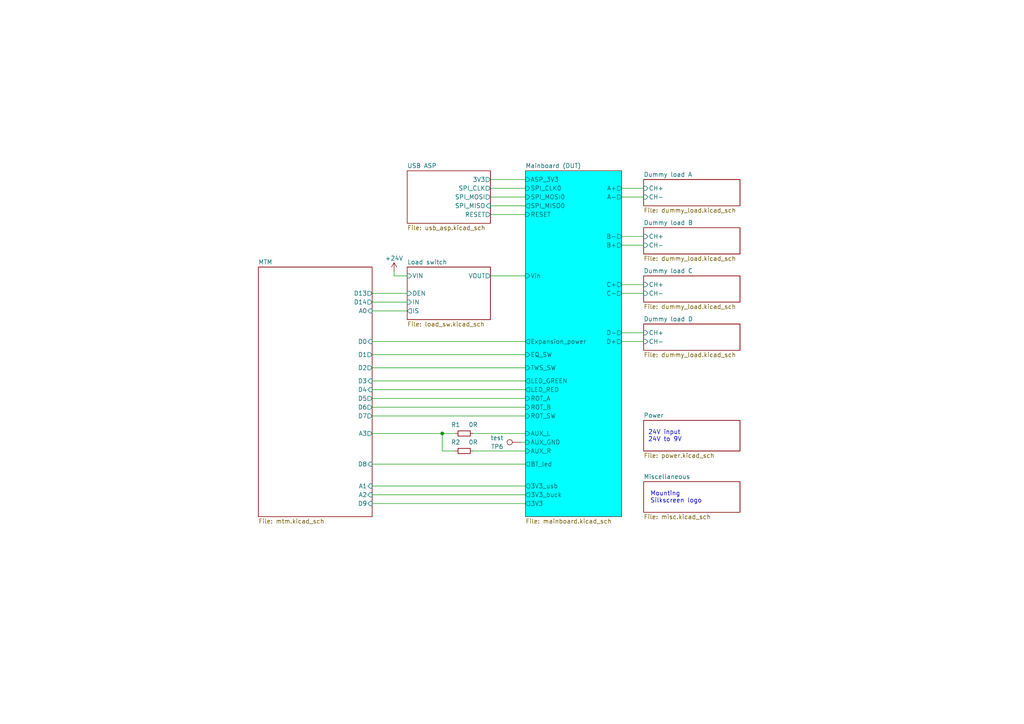
<source format=kicad_sch>
(kicad_sch (version 20211123) (generator eeschema)
  (paper "A4")
  (title_block (title "AIO438-Mainboard-TPCB") (date "2022-04-27") (rev "0.1") (company "ZOUDIO"))
  (lib_symbols
    (symbol "Connector:TestPoint" (pin_numbers hide) (pin_names (offset 0.762) hide)
      (property "Reference" "TP" (at 0 6.858 0))
      (property "Value" "TestPoint" (at 0 5.08 0))
      (symbol "TestPoint_0_1"
        (circle (center 0 3.302) (radius 0.762))
      )
      (symbol "TestPoint_1_1"
        (pin passive line (at 0 0 90) (length 2.54) (name "1") (number "1"))
      )
    )
    (symbol "Device:R_Small" (pin_numbers hide) (pin_names (offset 0.254) hide)
      (property "Reference" "R" (at 0.762 0.508 0))
      (property "Value" "R_Small" (at 0.762 -1.016 0))
      (symbol "R_Small_0_1"
        (rectangle (start -0.762 1.778) (end 0.762 -1.778) (stroke (width 0.2032)))
      )
      (symbol "R_Small_1_1"
        (pin passive line (at 0 2.54 270) (length 0.762) (name "~") (number "1"))
        (pin passive line (at 0 -2.54 90) (length 0.762) (name "~") (number "2"))
      )
    )
    (symbol "power:+24V" (power) (pin_names (offset 0))
      (property "Value" "+24V" (at 0 3.556 0))
      (symbol "+24V_0_1"
        (polyline (pts (xy -0.762 1.27) (xy 0 2.54)))
        (polyline (pts (xy 0 0) (xy 0 2.54)))
        (polyline (pts (xy 0 2.54) (xy 0.762 1.27)))
      )
      (symbol "+24V_1_1"
        (pin power_in line (at 0 0 90) (length 0) hide (name "+24V") (number "1"))
      )
    )
  )
  (junction (at 128.27 125.73))
  (wire (pts (xy 107.95 134.62) (xy 152.4 134.62)))
  (wire (pts (xy 107.95 140.97) (xy 152.4 140.97)))
  (wire (pts (xy 107.95 118.11) (xy 152.4 118.11)))
  (wire (pts (xy 151.13 128.27) (xy 152.4 128.27)))
  (wire (pts (xy 142.24 59.69) (xy 152.4 59.69)))
  (wire (pts (xy 107.95 85.09) (xy 118.11 85.09)))
  (wire (pts (xy 152.4 130.81) (xy 137.16 130.81)))
  (wire (pts (xy 180.34 96.52) (xy 186.69 96.52)))
  (wire (pts (xy 180.34 54.61) (xy 186.69 54.61)))
  (wire (pts (xy 107.95 99.06) (xy 152.4 99.06)))
  (wire (pts (xy 107.95 125.73) (xy 128.27 125.73)))
  (wire (pts (xy 142.24 57.15) (xy 152.4 57.15)))
  (wire (pts (xy 114.3 80.01) (xy 114.3 78.74)))
  (wire (pts (xy 114.3 80.01) (xy 118.11 80.01)))
  (wire (pts (xy 107.95 113.03) (xy 152.4 113.03)))
  (wire (pts (xy 132.08 130.81) (xy 128.27 130.81)))
  (wire (pts (xy 180.34 85.09) (xy 186.69 85.09)))
  (wire (pts (xy 107.95 146.05) (xy 152.4 146.05)))
  (wire (pts (xy 107.95 110.49) (xy 152.4 110.49)))
  (wire (pts (xy 107.95 90.17) (xy 118.11 90.17)))
  (wire (pts (xy 142.24 62.23) (xy 152.4 62.23)))
  (wire (pts (xy 107.95 115.57) (xy 152.4 115.57)))
  (wire (pts (xy 128.27 130.81) (xy 128.27 125.73)))
  (wire (pts (xy 180.34 99.06) (xy 186.69 99.06)))
  (wire (pts (xy 107.95 143.51) (xy 152.4 143.51)))
  (wire (pts (xy 180.34 82.55) (xy 186.69 82.55)))
  (wire (pts (xy 107.95 102.87) (xy 152.4 102.87)))
  (wire (pts (xy 107.95 120.65) (xy 152.4 120.65)))
  (wire (pts (xy 142.24 54.61) (xy 152.4 54.61)))
  (wire (pts (xy 142.24 52.07) (xy 152.4 52.07)))
  (wire (pts (xy 180.34 68.58) (xy 186.69 68.58)))
  (wire (pts (xy 107.95 106.68) (xy 152.4 106.68)))
  (wire (pts (xy 142.24 80.01) (xy 152.4 80.01)))
  (wire (pts (xy 128.27 125.73) (xy 132.08 125.73)))
  (wire (pts (xy 137.16 125.73) (xy 152.4 125.73)))
  (wire (pts (xy 107.95 87.63) (xy 118.11 87.63)))
  (wire (pts (xy 180.34 57.15) (xy 186.69 57.15)))
  (wire (pts (xy 180.34 71.12) (xy 186.69 71.12)))
  (text "Mounting\nSilkscreen logo" (at 188.595 146.05 0) (effects (font (size 1.27 1.27)) (justify left bottom)))
  (text "24V input\n24V to 9V" (at 187.96 128.27 0) (effects (font (size 1.27 1.27)) (justify left bottom)))
  (symbol (lib_id "Device:R_Small") (at 134.62 125.73 270) (mirror x) (unit 1)
    (property "Reference" "R1" (at 130.81 123.19 90) (effects (justify left)))
    (property "Value" "0R" (at 135.89 123.19 90) (effects (justify left)))
    (property "Footprint" "Resistor_SMD:R_0603_1608Metric" (effects hide))
    (property "Manufacturer" "Yageo" (effects hide))
    (property "Partnumber" "RC0603FR-071KL" (effects hide))
  )
  (symbol (lib_id "Device:R_Small") (at 134.62 130.81 270) (mirror x) (unit 1)
    (property "Reference" "R2" (at 130.81 128.27 90) (effects (justify left)))
    (property "Value" "0R" (at 135.89 128.27 90) (effects (justify left)))
    (property "Footprint" "Resistor_SMD:R_0603_1608Metric" (effects hide))
    (property "Manufacturer" "Yageo" (effects hide))
    (property "Partnumber" "RC0603FR-071KL" (effects hide))
  )
  (symbol (lib_id "power:+24V") (at 114.3 78.74 0) (unit 1)
    (property "Reference" "#PWR0107" (effects hide))
    (property "Value" "+24V" (at 114.3 74.93 0))
  )
  (symbol (lib_id "Connector:TestPoint") (at 151.13 128.27 90) (unit 1)
    (property "Reference" "TP6" (at 146.05 129.54 90) (effects (justify left)))
    (property "Value" "test" (at 146.05 127 90) (effects (justify left)))
    (property "Footprint" "TestPoint:TestPoint_Pad_D1.0mm" (effects hide))
    (property "Config" "dnp" (effects hide))
  )
  (sheet (at 186.69 139.7) (size 27.94 8.89)
    (property "Sheet name" "Miscellaneous" (at 186.69 138.9884 0) (effects (justify left bottom)))
    (property "Sheet file" "misc.kicad_sch" (at 186.69 149.1746 0) (effects (justify left top)))
  )
  (sheet (at 186.69 93.98) (size 27.94 7.62) (stroke (width 0.1524))
    (property "Sheet name" "Dummy load D" (at 186.69 93.2684 0) (effects (justify left bottom)))
    (property "Sheet file" "dummy_load.kicad_sch" (at 186.69 102.1846 0) (effects (justify left top)))
    (pin "CH-" input (at 186.69 99.06 180))
    (pin "CH+" input (at 186.69 96.52 180))
  )
  (sheet (at 118.11 49.53) (size 24.13 15.24) (stroke (width 0.1524))
    (property "Sheet name" "USB ASP" (at 118.11 48.8184 0) (effects (justify left bottom)))
    (property "Sheet file" "usb_asp.kicad_sch" (at 118.11 65.3546 0) (effects (justify left top)))
    (pin "SPI_MISO" input (at 142.24 59.69 0))
    (pin "SPI_CLK" output (at 142.24 54.61 0))
    (pin "RESET" output (at 142.24 62.23 0))
    (pin "SPI_MOSI" output (at 142.24 57.15 0))
    (pin "3V3" output (at 142.24 52.07 0))
  )
  (sheet (at 186.69 66.04) (size 27.94 7.62) (stroke (width 0.1524))
    (property "Sheet name" "Dummy load B" (at 186.69 65.3284 0) (effects (justify left bottom)))
    (property "Sheet file" "dummy_load.kicad_sch" (at 186.69 74.2446 0) (effects (justify left top)))
    (pin "CH-" input (at 186.69 71.12 180))
    (pin "CH+" input (at 186.69 68.58 180))
  )
  (sheet (at 186.69 80.01) (size 27.94 7.62) (stroke (width 0.1524))
    (property "Sheet name" "Dummy load C" (at 186.69 79.2984 0) (effects (justify left bottom)))
    (property "Sheet file" "dummy_load.kicad_sch" (at 186.69 88.2146 0) (effects (justify left top)))
    (pin "CH-" input (at 186.69 85.09 180))
    (pin "CH+" input (at 186.69 82.55 180))
  )
  (sheet (at 74.93 77.47) (size 33.02 72.39) (stroke (width 0.1524))
    (property "Sheet name" "MTM" (at 74.93 76.7584 0) (effects (justify left bottom)))
    (property "Sheet file" "mtm.kicad_sch" (at 74.93 150.4446 0) (effects (justify left top)))
    (pin "A3" output (at 107.95 125.73 0))
    (pin "D1" output (at 107.95 102.87 0))
    (pin "D2" output (at 107.95 106.68 0))
    (pin "D0" input (at 107.95 99.06 0))
    (pin "D3" input (at 107.95 110.49 0))
    (pin "D4" input (at 107.95 113.03 0))
    (pin "D6" output (at 107.95 118.11 0))
    (pin "D5" output (at 107.95 115.57 0))
    (pin "D7" output (at 107.95 120.65 0))
    (pin "A2" input (at 107.95 143.51 0))
    (pin "A1" input (at 107.95 140.97 0))
    (pin "D8" input (at 107.95 134.62 0))
    (pin "D9" input (at 107.95 146.05 0))
    (pin "A0" input (at 107.95 90.17 0))
    (pin "D14" output (at 107.95 87.63 0))
    (pin "D13" output (at 107.95 85.09 0))
  )
  (sheet (at 152.4 49.53) (size 27.94 100.33) (stroke (width 0.1524)) (fill (color 0 255 255 1.0000))
    (property "Sheet name" "Mainboard (DUT)" (at 152.4 48.8184 0) (effects (justify left bottom)))
    (property "Sheet file" "mainboard.kicad_sch" (at 152.4 150.4446 0) (effects (justify left top)))
    (pin "BT_led" output (at 152.4 134.62 180))
    (pin "SPI_MOSI0" input (at 152.4 57.15 180))
    (pin "AUX_R" input (at 152.4 130.81 180))
    (pin "EQ_SW" input (at 152.4 102.87 180))
    (pin "TWS_SW" input (at 152.4 106.68 180))
    (pin "SPI_CLK0" input (at 152.4 54.61 180))
    (pin "RESET" input (at 152.4 62.23 180))
    (pin "SPI_MISO0" output (at 152.4 59.69 180))
    (pin "AUX_L" input (at 152.4 125.73 180))
    (pin "AUX_GND" input (at 152.4 128.27 180))
    (pin "ROT_SW" input (at 152.4 120.65 180))
    (pin "LED_RED" output (at 152.4 113.03 180))
    (pin "ROT_A" input (at 152.4 115.57 180))
    (pin "ROT_B" input (at 152.4 118.11 180))
    (pin "LED_GREEN" output (at 152.4 110.49 180))
    (pin "Expansion_power" output (at 152.4 99.06 180))
    (pin "3V3" output (at 152.4 146.05 180))
    (pin "A+" output (at 180.34 54.61 0))
    (pin "C-" output (at 180.34 85.09 0))
    (pin "B-" output (at 180.34 68.58 0))
    (pin "C+" output (at 180.34 82.55 0))
    (pin "B+" output (at 180.34 71.12 0))
    (pin "D-" output (at 180.34 96.52 0))
    (pin "A-" output (at 180.34 57.15 0))
    (pin "D+" output (at 180.34 99.06 0))
    (pin "Vin" input (at 152.4 80.01 180))
    (pin "3V3_usb" output (at 152.4 140.97 180))
    (pin "3V3_buck" output (at 152.4 143.51 180))
    (pin "ASP_3V3" input (at 152.4 52.07 180))
  )
  (sheet (at 186.69 121.92) (size 27.94 8.89) (stroke (width 0.1524))
    (property "Sheet name" "Power" (at 186.69 121.2084 0) (effects (justify left bottom)))
    (property "Sheet file" "power.kicad_sch" (at 186.69 131.3946 0) (effects (justify left top)))
  )
  (sheet (at 118.11 77.47) (size 24.13 15.24) (stroke (width 0.1524))
    (property "Sheet name" "Load switch" (at 118.11 76.7584 0) (effects (justify left bottom)))
    (property "Sheet file" "load_sw.kicad_sch" (at 118.11 93.2946 0) (effects (justify left top)))
    (pin "IS" output (at 118.11 90.17 180))
    (pin "VOUT" output (at 142.24 80.01 0))
    (pin "VIN" input (at 118.11 80.01 180))
    (pin "DEN" input (at 118.11 85.09 180))
    (pin "IN" input (at 118.11 87.63 180))
  )
  (sheet (at 186.69 52.07) (size 27.94 7.62) (stroke (width 0.1524))
    (property "Sheet name" "Dummy load A" (at 186.69 51.3584 0) (effects (justify left bottom)))
    (property "Sheet file" "dummy_load.kicad_sch" (at 186.69 60.2746 0) (effects (justify left top)))
    (pin "CH-" input (at 186.69 57.15 180))
    (pin "CH+" input (at 186.69 54.61 180))
  )
)
</source>
